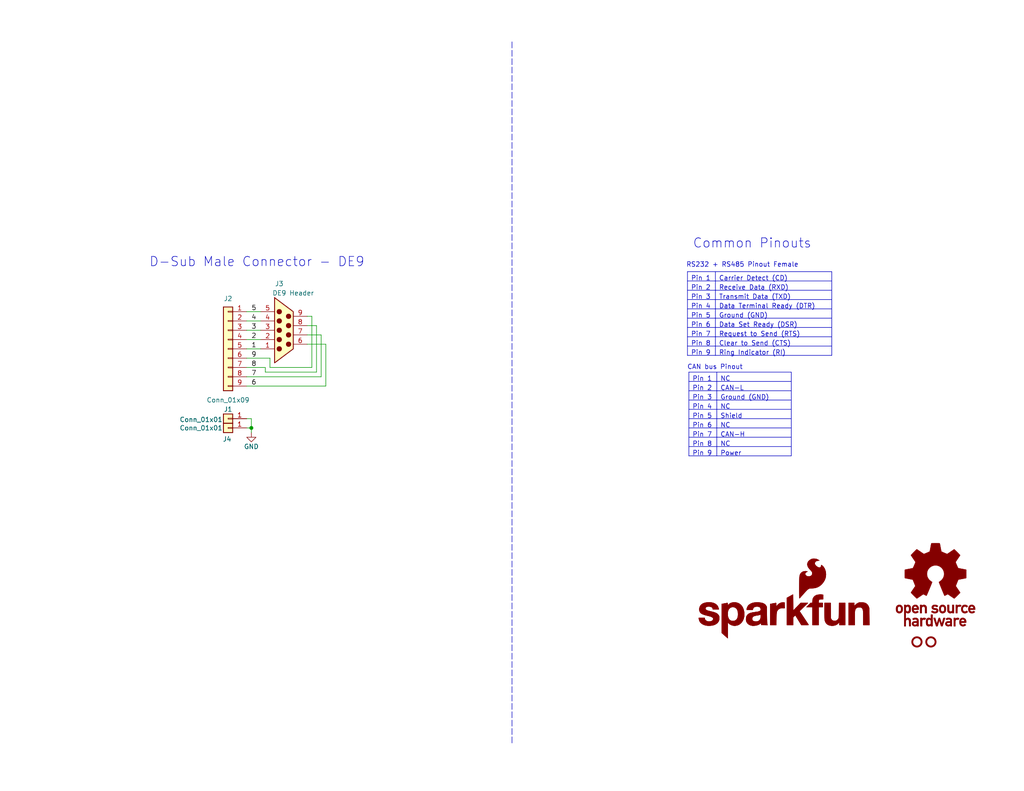
<source format=kicad_sch>
(kicad_sch (version 20250114) (generator "eeschema") (generator_version "9.0")
  (paper "USLetter")
  (title_block (title "SparkFun DE9 Breakout") (date "2025-10-21") (rev "v11") (company "SparkFun Electronics") (comment 1 "Designed by: Elias Santistevan"))
  (lib_symbols
    (symbol "SparkFun-Aesthetic:OSHW_Logo" (pin_names (offset 1.016)) (in_bom no))
    (symbol "SparkFun-Aesthetic:SparkFun_Logo" (pin_names (offset 1.016)) (on_board no))
    (symbol "SparkFun-Connector:Conn_01x01" (pin_names (offset 1.016) (hide yes))
      (property "Reference" "J" (at 0 2.54 0))
      (property "Value" "Conn_01x01" (at 0 -2.54 0))
      (symbol "Conn_01x01_1_1"
        (pin passive line (at -5.08 0 0) (length 3.81) (name "Pin_1") (number "1"))
      )
    )
    (symbol "SparkFun-Connector:Conn_01x09" (pin_names (offset 1.016) (hide yes))
      (property "Reference" "J" (at 0 12.7 0))
      (property "Value" "Conn_01x09" (at 0 -12.7 0))
      (symbol "Conn_01x09_1_1"
        (pin passive line (at -5.08 10.16 0) (length 3.81) (name "Pin_1") (number "1"))
        (pin passive line (at -5.08 7.62 0) (length 3.81) (name "Pin_2") (number "2"))
        (pin passive line (at -5.08 5.08 0) (length 3.81) (name "Pin_3") (number "3"))
        (pin passive line (at -5.08 2.54 0) (length 3.81) (name "Pin_4") (number "4"))
        (pin passive line (at -5.08 0 0) (length 3.81) (name "Pin_5") (number "5"))
        (pin passive line (at -5.08 -2.54 0) (length 3.81) (name "Pin_6") (number "6"))
        (pin passive line (at -5.08 -5.08 0) (length 3.81) (name "Pin_7") (number "7"))
        (pin passive line (at -5.08 -7.62 0) (length 3.81) (name "Pin_8") (number "8"))
        (pin passive line (at -5.08 -10.16 0) (length 3.81) (name "Pin_9") (number "9"))
      )
    )
    (symbol "SparkFun-Connector:DE9_Header_Horizontal_PTH" (pin_names (hide yes))
      (property "Reference" "J" (at 0 8.89 0))
      (property "Value" "DE9 Header" (at 0.254 -11.176 0))
      (symbol "DE9_Header_Horizontal_PTH_1_1"
        (pin passive line (at -6.35 5.08 0) (length 3.81) (name "1") (number "1"))
        (pin passive line (at -6.35 2.54 0) (length 3.81) (name "2") (number "2"))
        (pin passive line (at -6.35 0 0) (length 3.81) (name "3") (number "3"))
        (pin passive line (at -6.35 -2.54 0) (length 3.81) (name "4") (number "4"))
        (pin passive line (at -6.35 -5.08 0) (length 3.81) (name "5") (number "5"))
        (pin passive line (at 6.35 3.81 180) (length 3.81) (name "6") (number "6"))
        (pin passive line (at 6.35 1.27 180) (length 3.81) (name "7") (number "7"))
        (pin passive line (at 6.35 -1.27 180) (length 3.81) (name "8") (number "8"))
        (pin passive line (at 6.35 -3.81 180) (length 3.81) (name "9") (number "9"))
      )
    )
    (symbol "SparkFun-Hardware:Standoff")
    (symbol "SparkFun-PowerSymbol:GND" (power) (pin_names (offset 0))
      (property "Value" "GND" (at 0 -3.81 0))
      (symbol "GND_1_1"
        (pin power_in line (at 0 0 270) (length 0) (hide yes) (name "GND") (number "1"))
      )
    )
  )
  (text "Common Pinouts" (at 205.232 66.548 0) (effects (font (size 2.54 2.54))))
  (text "RS232 + RS485 Pinout Female" (at 202.565 72.39 0) (effects (font (size 1.27 1.27))))
  (text "CAN bus Pinout " (at 195.58 100.33 0) (effects (font (size 1.27 1.27))))
  (text "D-Sub Male Connector - DE9" (at 70.104 71.628 0) (effects (font (size 2.54 2.54))))
  (junction (at 68.58 116.84))
  (wire (pts (xy 67.31 87.63) (xy 71.12 87.63)))
  (wire (pts (xy 72.39 101.6) (xy 72.39 100.33)))
  (wire (pts (xy 67.31 97.79) (xy 73.66 97.79)))
  (wire (pts (xy 67.31 100.33) (xy 72.39 100.33)))
  (wire (pts (xy 86.36 88.9) (xy 86.36 101.6)))
  (wire (pts (xy 68.58 116.84) (xy 68.58 118.11)))
  (wire (pts (xy 88.9 93.98) (xy 88.9 105.41)))
  (wire (pts (xy 85.09 86.36) (xy 83.82 86.36)))
  (wire (pts (xy 87.63 102.87) (xy 87.63 91.44)))
  (wire (pts (xy 67.31 102.87) (xy 87.63 102.87)))
  (wire (pts (xy 83.82 93.98) (xy 88.9 93.98)))
  (wire (pts (xy 86.36 101.6) (xy 72.39 101.6)))
  (wire (pts (xy 67.31 95.25) (xy 71.12 95.25)))
  (polyline (pts (xy 139.7 11.43) (xy 139.7 203.2)) (stroke (width 0) (type dash)))
  (wire (pts (xy 67.31 85.09) (xy 71.12 85.09)))
  (wire (pts (xy 73.66 100.33) (xy 85.09 100.33)))
  (wire (pts (xy 68.58 114.3) (xy 68.58 116.84)))
  (wire (pts (xy 67.31 105.41) (xy 88.9 105.41)))
  (wire (pts (xy 73.66 97.79) (xy 73.66 100.33)))
  (wire (pts (xy 67.31 116.84) (xy 68.58 116.84)))
  (wire (pts (xy 67.31 92.71) (xy 71.12 92.71)))
  (wire (pts (xy 83.82 88.9) (xy 86.36 88.9)))
  (wire (pts (xy 67.31 90.17) (xy 71.12 90.17)))
  (wire (pts (xy 85.09 100.33) (xy 85.09 86.36)))
  (wire (pts (xy 67.31 114.3) (xy 68.58 114.3)))
  (wire (pts (xy 87.63 91.44) (xy 83.82 91.44)))
  (table (column_count 2) (border (external yes) (header yes)) (separators (rows yes) (cols yes)) (column_widths 7.62 31.75) (row_heights 2.54 2.54 2.54 2.54 2.54 2.54 2.54 2.54 2.54) (cells (table_cell "Pin 1" (at 187.579 74.168 0) (size 7.62 2.54) (margins 0.9525 0.9525 0.9525 0.9525) (span 1 1)) (table_cell "Carrier Detect (CD)" (at 195.199 74.168 0) (size 31.75 2.54) (margins 0.9525 0.9525 0.9525 0.9525) (span 1 1)) (table_cell "Pin 2" (at 187.579 76.708 0) (size 7.62 2.54) (margins 0.9525 0.9525 0.9525 0.9525) (span 1 1)) (table_cell "Receive Data (RXD)" (at 195.199 76.708 0) (size 31.75 2.54) (margins 0.9525 0.9525 0.9525 0.9525) (span 1 1)) (table_cell "Pin 3" (at 187.579 79.248 0) (size 7.62 2.54) (margins 0.9525 0.9525 0.9525 0.9525) (span 1 1)) (table_cell "Transmit Data (TXD)" (at 195.199 79.248 0) (size 31.75 2.54) (margins 0.9525 0.9525 0.9525 0.9525) (span 1 1)) (table_cell "Pin 4" (at 187.579 81.788 0) (size 7.62 2.54) (margins 0.9525 0.9525 0.9525 0.9525) (span 1 1)) (table_cell "Data Terminal Ready (DTR)" (at 195.199 81.788 0) (size 31.75 2.54) (margins 0.9525 0.9525 0.9525 0.9525) (span 1 1)) (table_cell "Pin 5" (at 187.579 84.328 0) (size 7.62 2.54) (margins 0.9525 0.9525 0.9525 0.9525) (span 1 1)) (table_cell "Ground (GND)" (at 195.199 84.328 0) (size 31.75 2.54) (margins 0.9525 0.9525 0.9525 0.9525) (span 1 1)) (table_cell "Pin 6" (at 187.579 86.868 0) (size 7.62 2.54) (margins 0.9525 0.9525 0.9525 0.9525) (span 1 1)) (table_cell "Data Set Ready (DSR)" (at 195.199 86.868 0) (size 31.75 2.54) (margins 0.9525 0.9525 0.9525 0.9525) (span 1 1)) (table_cell "Pin 7" (at 187.579 89.408 0) (size 7.62 2.54) (margins 0.9525 0.9525 0.9525 0.9525) (span 1 1)) (table_cell "Request to Send (RTS)" (at 195.199 89.408 0) (size 31.75 2.54) (margins 0.9525 0.9525 0.9525 0.9525) (span 1 1)) (table_cell "Pin 8" (at 187.579 91.948 0) (size 7.62 2.54) (margins 0.9525 0.9525 0.9525 0.9525) (span 1 1)) (table_cell "Clear to Send (CTS)" (at 195.199 91.948 0) (size 31.75 2.54) (margins 0.9525 0.9525 0.9525 0.9525) (span 1 1)) (table_cell "Pin 9" (at 187.579 94.488 0) (size 7.62 2.54) (margins 0.9525 0.9525 0.9525 0.9525) (span 1 1)) (table_cell "Ring Indicator (RI)" (at 195.199 94.488 0) (size 31.75 2.54) (margins 0.9525 0.9525 0.9525 0.9525) (span 1 1))))
  (table (column_count 2) (border (external yes) (header yes)) (separators (rows yes) (cols yes)) (column_widths 7.62 20.32) (row_heights 2.54 2.54 2.54 2.54 2.54 2.54 2.54 2.54 2.54) (cells (table_cell "Pin 1" (at 187.96 101.6 0) (size 7.62 2.54) (margins 0.9525 0.9525 0.9525 0.9525) (span 1 1)) (table_cell "NC" (at 195.58 101.6 0) (size 20.32 2.54) (margins 0.9525 0.9525 0.9525 0.9525) (span 1 1)) (table_cell "Pin 2" (at 187.96 104.14 0) (size 7.62 2.54) (margins 0.9525 0.9525 0.9525 0.9525) (span 1 1)) (table_cell "CAN-L" (at 195.58 104.14 0) (size 20.32 2.54) (margins 0.9525 0.9525 0.9525 0.9525) (span 1 1)) (table_cell "Pin 3" (at 187.96 106.68 0) (size 7.62 2.54) (margins 0.9525 0.9525 0.9525 0.9525) (span 1 1)) (table_cell "Ground (GND)" (at 195.58 106.68 0) (size 20.32 2.54) (margins 0.9525 0.9525 0.9525 0.9525) (span 1 1)) (table_cell "Pin 4" (at 187.96 109.22 0) (size 7.62 2.54) (margins 0.9525 0.9525 0.9525 0.9525) (span 1 1)) (table_cell "NC" (at 195.58 109.22 0) (size 20.32 2.54) (margins 0.9525 0.9525 0.9525 0.9525) (span 1 1)) (table_cell "Pin 5" (at 187.96 111.76 0) (size 7.62 2.54) (margins 0.9525 0.9525 0.9525 0.9525) (span 1 1)) (table_cell "Shield" (at 195.58 111.76 0) (size 20.32 2.54) (margins 0.9525 0.9525 0.9525 0.9525) (span 1 1)) (table_cell "Pin 6" (at 187.96 114.3 0) (size 7.62 2.54) (margins 0.9525 0.9525 0.9525 0.9525) (span 1 1)) (table_cell "NC" (at 195.58 114.3 0) (size 20.32 2.54) (margins 0.9525 0.9525 0.9525 0.9525) (span 1 1)) (table_cell "Pin 7" (at 187.96 116.84 0) (size 7.62 2.54) (margins 0.9525 0.9525 0.9525 0.9525) (span 1 1)) (table_cell "CAN-H" (at 195.58 116.84 0) (size 20.32 2.54) (margins 0.9525 0.9525 0.9525 0.9525) (span 1 1)) (table_cell "Pin 8 " (at 187.96 119.38 0) (size 7.62 2.54) (margins 0.9525 0.9525 0.9525 0.9525) (span 1 1)) (table_cell "NC" (at 195.58 119.38 0) (size 20.32 2.54) (margins 0.9525 0.9525 0.9525 0.9525) (span 1 1)) (table_cell "Pin 9" (at 187.96 121.92 0) (size 7.62 2.54) (margins 0.9525 0.9525 0.9525 0.9525) (span 1 1)) (table_cell "Power" (at 195.58 121.92 0) (size 20.32 2.54) (margins 0.9525 0.9525 0.9525 0.9525) (span 1 1))))
  (label "6" (at 68.58 105.41 0))
  (label "7" (at 68.58 102.87 0))
  (label "1" (at 68.58 95.25 0))
  (label "5" (at 68.58 85.09 0))
  (label "4" (at 68.58 87.63 0))
  (label "3" (at 68.58 90.17 0))
  (label "9" (at 68.58 97.79 0))
  (label "8" (at 68.58 100.33 0))
  (label "2" (at 68.58 92.71 0))
  (symbol (lib_id "SparkFun-Connector:Conn_01x01") (at 62.23 116.84 180) (unit 1)
    (property "Reference" "J4" (at 61.976 119.888 0))
    (property "Value" "Conn_01x01" (at 54.864 116.84 0))
    (property "Footprint" "SparkFun-Connector:1x01" (effects (hide yes)))
    (property "Description" "Basic 0.1\" PTH" (effects (hide yes)))
  )
  (symbol (lib_id "SparkFun-Hardware:Standoff") (at 254 175.26 0) (unit 1)
    (property "Reference" "ST2" (effects (hide yes)))
    (property "Value" "Stand_off" (effects (hide yes)))
    (property "Footprint" "SparkFun-Hardware:Standoff" (effects (hide yes)))
    (property "Description" "Drill holes for mechanically mounting via screws, standoffs, etc." (effects (hide yes)))
  )
  (symbol (lib_id "SparkFun-Connector:DE9_Header_Horizontal_PTH") (at 77.47 90.17 0) (mirror x) (unit 1)
    (property "Reference" "J3" (at 76.2 77.47 0))
    (property "Value" "DE9 Header" (at 80.01 80.01 0))
    (property "Footprint" "SparkFun-Connector:DE9_Header_Horizontal_PTH" (effects (hide yes)))
    (property "Datasheet" "https://www.lcsc.com/datasheet/lcsc_datasheet_2411220417_XUNPU-D-SUB-DR-9PCM-CB_C19077337.pdf" (effects (hide yes)))
    (property "PROD_ID" "CONN-9904" (effects (hide yes)))
  )
  (symbol (lib_id "SparkFun-Aesthetic:SparkFun_Logo") (at 213.36 167.64 0) (unit 1) (on_board no)
    (property "Reference" "G1" (effects (hide yes)))
    (property "Value" "SparkFun_Logo" (effects (hide yes)))
    (property "Footprint" "SparkFun-Aesthetic:SparkFun_Logo_8mm" (effects (hide yes)))
  )
  (symbol (lib_id "SparkFun-PowerSymbol:GND") (at 68.58 118.11 0) (unit 1)
    (property "Reference" "#PWR01" (effects (hide yes)))
    (property "Value" "GND" (at 68.58 121.92 0))
    (property "Description" "Power symbol creates a global label with name \"GND\" , ground" (effects (hide yes)))
  )
  (symbol (lib_id "SparkFun-Connector:Conn_01x09") (at 62.23 95.25 0) (mirror y) (unit 1)
    (property "Reference" "J2" (at 62.23 81.534 0))
    (property "Value" "Conn_01x09" (at 62.23 109.22 0))
    (property "Footprint" "SparkFun-Connector:1x09" (effects (hide yes)))
    (property "Description" "Basic 0.1\" PTH" (effects (hide yes)))
  )
  (symbol (lib_id "SparkFun-Hardware:Standoff") (at 250.19 175.26 0) (unit 1)
    (property "Reference" "ST1" (effects (hide yes)))
    (property "Value" "Stand_off" (effects (hide yes)))
    (property "Footprint" "SparkFun-Hardware:Standoff" (effects (hide yes)))
    (property "Description" "Drill holes for mechanically mounting via screws, standoffs, etc." (effects (hide yes)))
  )
  (symbol (lib_id "SparkFun-Aesthetic:OSHW_Logo") (at 255.27 163.83 0) (unit 1) (in_bom no)
    (property "Reference" "G3" (effects (hide yes)))
    (property "Value" "OSHW_Logo" (effects (hide yes)))
    (property "Footprint" "SparkFun-Aesthetic:Creative_Commons_License" (effects (hide yes)))
  )
  (symbol (lib_id "SparkFun-Aesthetic:SparkFun_Logo") (at 213.36 167.64 0) (unit 1) (on_board no)
    (property "Reference" "G2" (effects (hide yes)))
    (property "Value" "SparkFun_Logo" (effects (hide yes)))
  )
  (symbol (lib_id "SparkFun-Connector:Conn_01x01") (at 62.23 114.3 180) (unit 1)
    (property "Reference" "J1" (at 62.23 111.76 0))
    (property "Value" "Conn_01x01" (at 54.864 114.554 0))
    (property "Footprint" "SparkFun-Connector:1x01" (effects (hide yes)))
    (property "Description" "Basic 0.1\" PTH" (effects (hide yes)))
  )
)
</source>
